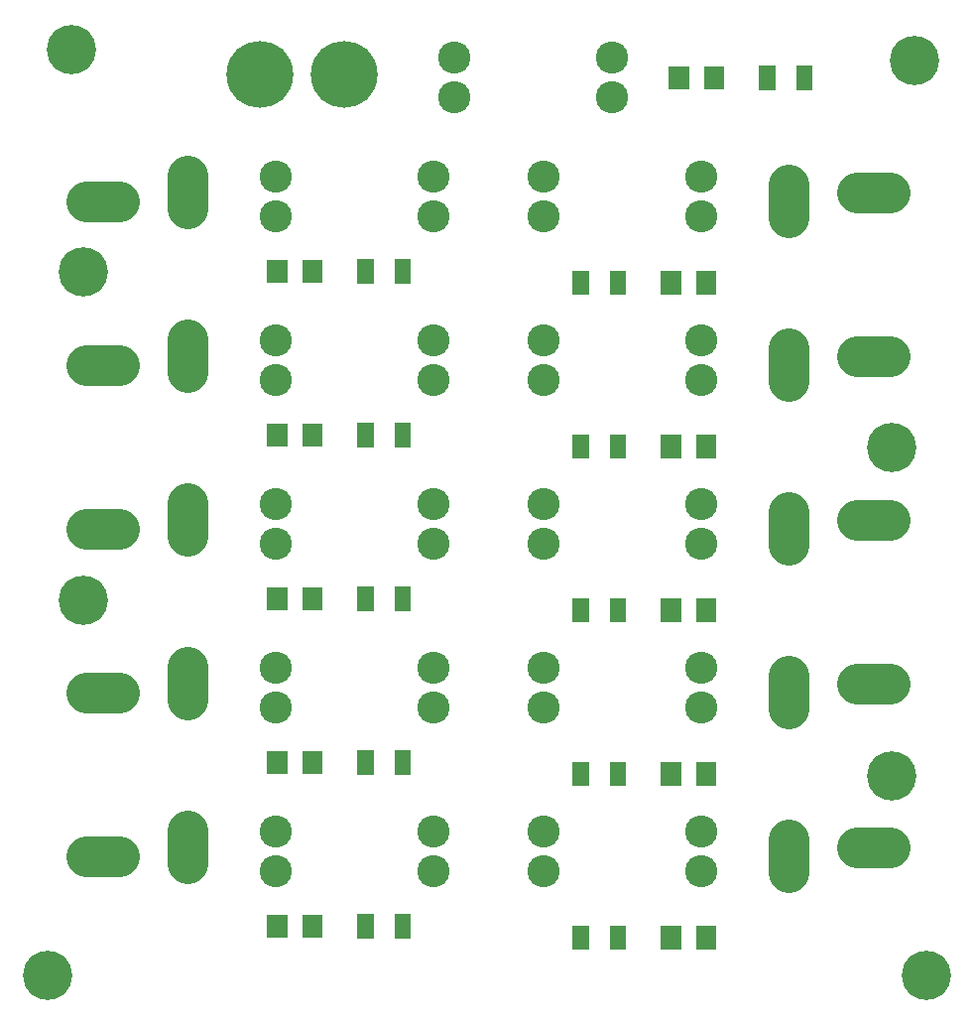
<source format=gts>
G04 Layer: TopSolderMaskLayer*
G04 EasyEDA v6.5.5, 2022-06-01 22:09:19*
G04 f343101900314467833159393b3af33e,c96cdaf6a0e44fa3bb1e134f2b5c86cb,10*
G04 Gerber Generator version 0.2*
G04 Scale: 100 percent, Rotated: No, Reflected: No *
G04 Dimensions in millimeters *
G04 leading zeros omitted , absolute positions ,4 integer and 5 decimal *
%FSLAX45Y45*%
%MOMM*%

%ADD21C,3.5052*%
%ADD23C,5.7023*%
%ADD24C,2.7432*%
%ADD26C,4.2032*%

%LPD*%
D21*
X1694205Y-1882089D02*
G01*
X1694205Y-2161489D01*
X830605Y-2097989D02*
G01*
X1110005Y-2097989D01*
X1694205Y-3279089D02*
G01*
X1694205Y-3558489D01*
X830605Y-3494989D02*
G01*
X1110005Y-3494989D01*
X1694205Y-4676089D02*
G01*
X1694205Y-4955489D01*
X830605Y-4891989D02*
G01*
X1110005Y-4891989D01*
X1694205Y-6073089D02*
G01*
X1694205Y-6352489D01*
X830605Y-6288989D02*
G01*
X1110005Y-6288989D01*
X1694205Y-7470089D02*
G01*
X1694205Y-7749489D01*
X830605Y-7685989D02*
G01*
X1110005Y-7685989D01*
X6825005Y-2237689D02*
G01*
X6825005Y-1958289D01*
X7688605Y-2021789D02*
G01*
X7409205Y-2021789D01*
X6825005Y-3634689D02*
G01*
X6825005Y-3355289D01*
X7688605Y-3418789D02*
G01*
X7409205Y-3418789D01*
X6825005Y-5031689D02*
G01*
X6825005Y-4752289D01*
X7688605Y-4815789D02*
G01*
X7409205Y-4815789D01*
X6825005Y-6428689D02*
G01*
X6825005Y-6149289D01*
X7688605Y-6212789D02*
G01*
X7409205Y-6212789D01*
X6825005Y-7825689D02*
G01*
X6825005Y-7546289D01*
X7688605Y-7609789D02*
G01*
X7409205Y-7609789D01*
G36*
X2373375Y-2795015D02*
G01*
X2373375Y-2594863D01*
X2543809Y-2594863D01*
X2543809Y-2795015D01*
G37*
G36*
X2673350Y-2795015D02*
G01*
X2673350Y-2594863D01*
X2843784Y-2594863D01*
X2843784Y-2795015D01*
G37*
G36*
X5802375Y-1144015D02*
G01*
X5802375Y-943863D01*
X5972809Y-943863D01*
X5972809Y-1144015D01*
G37*
G36*
X6102350Y-1144015D02*
G01*
X6102350Y-943863D01*
X6272784Y-943863D01*
X6272784Y-1144015D01*
G37*
G36*
X2373375Y-4192015D02*
G01*
X2373375Y-3991863D01*
X2543809Y-3991863D01*
X2543809Y-4192015D01*
G37*
G36*
X2673350Y-4192015D02*
G01*
X2673350Y-3991863D01*
X2843784Y-3991863D01*
X2843784Y-4192015D01*
G37*
G36*
X2373375Y-5589015D02*
G01*
X2373375Y-5388863D01*
X2543809Y-5388863D01*
X2543809Y-5589015D01*
G37*
G36*
X2673350Y-5589015D02*
G01*
X2673350Y-5388863D01*
X2843784Y-5388863D01*
X2843784Y-5589015D01*
G37*
G36*
X2373375Y-6986015D02*
G01*
X2373375Y-6785863D01*
X2543809Y-6785863D01*
X2543809Y-6986015D01*
G37*
G36*
X2673350Y-6986015D02*
G01*
X2673350Y-6785863D01*
X2843784Y-6785863D01*
X2843784Y-6986015D01*
G37*
G36*
X2373375Y-8383015D02*
G01*
X2373375Y-8182863D01*
X2543809Y-8182863D01*
X2543809Y-8383015D01*
G37*
G36*
X2673350Y-8383015D02*
G01*
X2673350Y-8182863D01*
X2843784Y-8182863D01*
X2843784Y-8383015D01*
G37*
G36*
X6033770Y-2894076D02*
G01*
X6033770Y-2693923D01*
X6204204Y-2693923D01*
X6204204Y-2894076D01*
G37*
G36*
X5733795Y-2894076D02*
G01*
X5733795Y-2693923D01*
X5904229Y-2693923D01*
X5904229Y-2894076D01*
G37*
G36*
X6033770Y-4291076D02*
G01*
X6033770Y-4090923D01*
X6204204Y-4090923D01*
X6204204Y-4291076D01*
G37*
G36*
X5733795Y-4291076D02*
G01*
X5733795Y-4090923D01*
X5904229Y-4090923D01*
X5904229Y-4291076D01*
G37*
G36*
X6033770Y-5688076D02*
G01*
X6033770Y-5487923D01*
X6204204Y-5487923D01*
X6204204Y-5688076D01*
G37*
G36*
X5733795Y-5688076D02*
G01*
X5733795Y-5487923D01*
X5904229Y-5487923D01*
X5904229Y-5688076D01*
G37*
G36*
X6033770Y-7085076D02*
G01*
X6033770Y-6884923D01*
X6204204Y-6884923D01*
X6204204Y-7085076D01*
G37*
G36*
X5733795Y-7085076D02*
G01*
X5733795Y-6884923D01*
X5904229Y-6884923D01*
X5904229Y-7085076D01*
G37*
G36*
X6033770Y-8482076D02*
G01*
X6033770Y-8281923D01*
X6204204Y-8281923D01*
X6204204Y-8482076D01*
G37*
G36*
X5733795Y-8482076D02*
G01*
X5733795Y-8281923D01*
X5904229Y-8281923D01*
X5904229Y-8482076D01*
G37*
D23*
G01*
X2307005Y-1016000D03*
G01*
X3026994Y-1016000D03*
D24*
G01*
X3967505Y-873683D03*
G01*
X3967505Y-1214069D03*
G01*
X5313705Y-873683D03*
G01*
X5313705Y-1214069D03*
G01*
X3789705Y-2230094D03*
G01*
X3789705Y-1889709D03*
G01*
X2443505Y-2230094D03*
G01*
X2443505Y-1889709D03*
G01*
X3789705Y-3627094D03*
G01*
X3789705Y-3286709D03*
G01*
X2443505Y-3627094D03*
G01*
X2443505Y-3286709D03*
G01*
X3789705Y-5024094D03*
G01*
X3789705Y-4683709D03*
G01*
X2443505Y-5024094D03*
G01*
X2443505Y-4683709D03*
G01*
X3789705Y-6421094D03*
G01*
X3789705Y-6080709D03*
G01*
X2443505Y-6421094D03*
G01*
X2443505Y-6080709D03*
G01*
X3789705Y-7818094D03*
G01*
X3789705Y-7477709D03*
G01*
X2443505Y-7818094D03*
G01*
X2443505Y-7477709D03*
G01*
X4729505Y-1889683D03*
G01*
X4729505Y-2230069D03*
G01*
X6075705Y-1889683D03*
G01*
X6075705Y-2230069D03*
G01*
X4729505Y-3286683D03*
G01*
X4729505Y-3627069D03*
G01*
X6075705Y-3286683D03*
G01*
X6075705Y-3627069D03*
G01*
X4729505Y-4683683D03*
G01*
X4729505Y-5024069D03*
G01*
X6075705Y-4683683D03*
G01*
X6075705Y-5024069D03*
G01*
X4729505Y-6080683D03*
G01*
X4729505Y-6421069D03*
G01*
X6075705Y-6080683D03*
G01*
X6075705Y-6421069D03*
G01*
X4729505Y-7477683D03*
G01*
X4729505Y-7818069D03*
G01*
X6075705Y-7477683D03*
G01*
X6075705Y-7818069D03*
G36*
X3140456Y-2800095D02*
G01*
X3140456Y-2589784D01*
X3280663Y-2589784D01*
X3280663Y-2800095D01*
G37*
G36*
X3460495Y-2800095D02*
G01*
X3460495Y-2589784D01*
X3600704Y-2589784D01*
X3600704Y-2800095D01*
G37*
G36*
X6569456Y-1149095D02*
G01*
X6569456Y-938784D01*
X6709663Y-938784D01*
X6709663Y-1149095D01*
G37*
G36*
X6889495Y-1149095D02*
G01*
X6889495Y-938784D01*
X7029704Y-938784D01*
X7029704Y-1149095D01*
G37*
G36*
X3140456Y-4197095D02*
G01*
X3140456Y-3986784D01*
X3280663Y-3986784D01*
X3280663Y-4197095D01*
G37*
G36*
X3460495Y-4197095D02*
G01*
X3460495Y-3986784D01*
X3600704Y-3986784D01*
X3600704Y-4197095D01*
G37*
G36*
X3140456Y-5594095D02*
G01*
X3140456Y-5383784D01*
X3280663Y-5383784D01*
X3280663Y-5594095D01*
G37*
G36*
X3460495Y-5594095D02*
G01*
X3460495Y-5383784D01*
X3600704Y-5383784D01*
X3600704Y-5594095D01*
G37*
G36*
X3140456Y-6991095D02*
G01*
X3140456Y-6780784D01*
X3280663Y-6780784D01*
X3280663Y-6991095D01*
G37*
G36*
X3460495Y-6991095D02*
G01*
X3460495Y-6780784D01*
X3600704Y-6780784D01*
X3600704Y-6991095D01*
G37*
G36*
X3140456Y-8388095D02*
G01*
X3140456Y-8177784D01*
X3280663Y-8177784D01*
X3280663Y-8388095D01*
G37*
G36*
X3460495Y-8388095D02*
G01*
X3460495Y-8177784D01*
X3600704Y-8177784D01*
X3600704Y-8388095D01*
G37*
G36*
X5296915Y-2899155D02*
G01*
X5296915Y-2688844D01*
X5437124Y-2688844D01*
X5437124Y-2899155D01*
G37*
G36*
X4976875Y-2899155D02*
G01*
X4976875Y-2688844D01*
X5117084Y-2688844D01*
X5117084Y-2899155D01*
G37*
G36*
X5296915Y-4296155D02*
G01*
X5296915Y-4085844D01*
X5437124Y-4085844D01*
X5437124Y-4296155D01*
G37*
G36*
X4976875Y-4296155D02*
G01*
X4976875Y-4085844D01*
X5117084Y-4085844D01*
X5117084Y-4296155D01*
G37*
G36*
X5296915Y-5693155D02*
G01*
X5296915Y-5482844D01*
X5437124Y-5482844D01*
X5437124Y-5693155D01*
G37*
G36*
X4976875Y-5693155D02*
G01*
X4976875Y-5482844D01*
X5117084Y-5482844D01*
X5117084Y-5693155D01*
G37*
G36*
X5296915Y-7090155D02*
G01*
X5296915Y-6879844D01*
X5437124Y-6879844D01*
X5437124Y-7090155D01*
G37*
G36*
X4976875Y-7090155D02*
G01*
X4976875Y-6879844D01*
X5117084Y-6879844D01*
X5117084Y-7090155D01*
G37*
G36*
X5296915Y-8487155D02*
G01*
X5296915Y-8276844D01*
X5437124Y-8276844D01*
X5437124Y-8487155D01*
G37*
G36*
X4976875Y-8487155D02*
G01*
X4976875Y-8276844D01*
X5117084Y-8276844D01*
X5117084Y-8487155D01*
G37*
D26*
G01*
X699998Y-799998D03*
G01*
X7900009Y-899998D03*
G01*
X8000009Y-8700008D03*
G01*
X499998Y-8700008D03*
G01*
X7700009Y-7000011D03*
G01*
X7700009Y-4199991D03*
G01*
X799998Y-5499988D03*
G01*
X799998Y-2699994D03*
M02*

</source>
